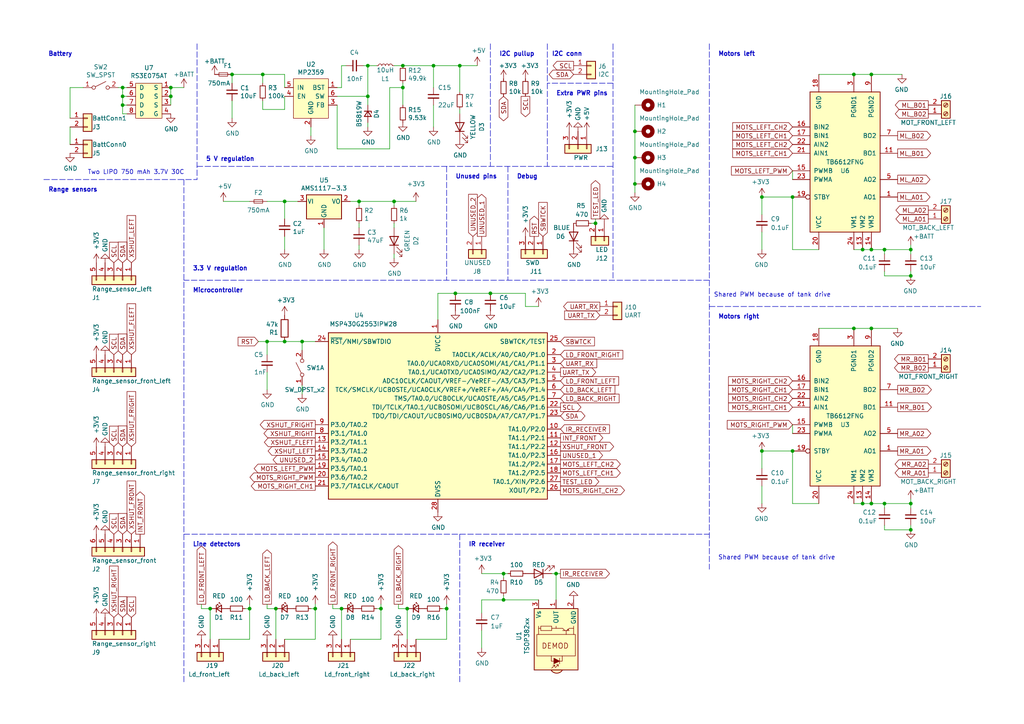
<source format=kicad_sch>
(kicad_sch (version 20231120) (generator "eeschema") (generator_version "8.0")
  (paper "A4")
  (title_block (title "Nsumo") (date "2024-12-14") (rev "2") (company "Abderrahmane Benjary"))
  (junction (at 264.16 146.05))
  (junction (at 252.73 95.25))
  (junction (at 67.31 21.59))
  (junction (at 106.68 27.94))
  (junction (at 250.19 146.05))
  (junction (at 184.15 53.34))
  (junction (at 146.05 166.37))
  (junction (at 35.56 27.94))
  (junction (at 114.3 58.42))
  (junction (at 82.55 99.06))
  (junction (at 35.56 25.4))
  (junction (at 229.87 130.81))
  (junction (at 60.96 176.53))
  (junction (at 116.84 25.4))
  (junction (at 252.73 72.39))
  (junction (at 252.73 21.59))
  (junction (at 125.73 19.05))
  (junction (at 49.53 25.4))
  (junction (at 106.68 19.05))
  (junction (at 247.65 95.25))
  (junction (at 133.35 19.05))
  (junction (at 256.54 72.39))
  (junction (at 91.44 176.53))
  (junction (at 76.2 21.59))
  (junction (at 132.08 85.09))
  (junction (at 142.24 85.09))
  (junction (at 220.98 57.15))
  (junction (at 82.55 58.42))
  (junction (at 247.65 21.59))
  (junction (at 99.06 176.53))
  (junction (at 49.53 27.94))
  (junction (at 35.56 30.48))
  (junction (at 129.54 176.53))
  (junction (at 104.14 58.42))
  (junction (at 77.47 99.06))
  (junction (at 116.84 19.05))
  (junction (at 80.01 176.53))
  (junction (at 220.98 130.81))
  (junction (at 87.63 99.06))
  (junction (at 146.05 173.99))
  (junction (at 264.16 72.39))
  (junction (at 184.15 45.72))
  (junction (at 161.29 166.37))
  (junction (at 264.16 80.01))
  (junction (at 250.19 72.39))
  (junction (at 72.39 176.53))
  (junction (at 172.72 64.77))
  (junction (at 264.16 153.67))
  (junction (at 118.11 176.53))
  (junction (at 229.87 57.15))
  (junction (at 110.49 176.53))
  (junction (at 184.15 38.1))
  (junction (at 252.73 146.05))
  (junction (at 256.54 146.05))
  (wire (pts (xy 113.03 43.18) (xy 97.79 43.18)))
  (wire (pts (xy 110.49 185.42) (xy 110.49 176.53)))
  (wire (pts (xy 125.73 30.48) (xy 125.73 36.83)))
  (wire (pts (xy 106.68 36.83) (xy 106.68 35.56)))
  (wire (pts (xy 114.3 19.05) (xy 116.84 19.05)))
  (wire (pts (xy 229.87 72.39) (xy 229.87 57.15)))
  (wire (pts (xy 80.01 185.42) (xy 80.01 176.53)))
  (wire (pts (xy 36.83 27.94) (xy 35.56 27.94)))
  (wire (pts (xy 36.83 33.02) (xy 35.56 33.02)))
  (wire (pts (xy 20.32 36.83) (xy 20.32 41.91)))
  (wire (pts (xy 20.32 25.4) (xy 24.13 25.4)))
  (wire (pts (xy 77.47 175.26) (xy 77.47 176.53)))
  (wire (pts (xy 142.24 85.09) (xy 152.4 85.09)))
  (wire (pts (xy 87.63 101.6) (xy 87.63 99.06)))
  (wire (pts (xy 220.98 130.81) (xy 220.98 135.89)))
  (wire (pts (xy 60.96 176.53) (xy 60.96 185.42)))
  (wire (pts (xy 58.42 176.53) (xy 60.96 176.53)))
  (wire (pts (xy 133.35 31.75) (xy 133.35 33.02)))
  (wire (pts (xy 220.98 57.15) (xy 229.87 57.15)))
  (wire (pts (xy 264.16 153.67) (xy 264.16 152.4)))
  (wire (pts (xy 118.11 185.42) (xy 118.11 176.53)))
  (wire (pts (xy 76.2 24.13) (xy 76.2 21.59)))
  (wire (pts (xy 133.35 19.05) (xy 138.43 19.05)))
  (wire (pts (xy 93.98 72.39) (xy 93.98 66.04)))
  (polyline (pts (xy 205.74 81.28) (xy 53.34 81.28)) (stroke (width 0) (type dash)))
  (wire (pts (xy 76.2 29.21) (xy 76.2 31.75)))
  (wire (pts (xy 247.65 72.39) (xy 250.19 72.39)))
  (wire (pts (xy 172.72 64.77) (xy 172.72 63.5)))
  (wire (pts (xy 247.65 21.59) (xy 252.73 21.59)))
  (wire (pts (xy 35.56 33.02) (xy 35.56 30.48)))
  (wire (pts (xy 72.39 176.53) (xy 72.39 185.42)))
  (wire (pts (xy 116.84 24.13) (xy 116.84 25.4)))
  (polyline (pts (xy 205.74 12.7) (xy 205.74 165.1)) (stroke (width 0) (type dash)))
  (wire (pts (xy 220.98 130.81) (xy 229.87 130.81)))
  (wire (pts (xy 252.73 146.05) (xy 256.54 146.05)))
  (polyline (pts (xy 53.34 52.07) (xy 53.34 198.12)) (stroke (width 0) (type dash)))
  (wire (pts (xy 127 92.71) (xy 127 85.09)))
  (wire (pts (xy 35.56 27.94) (xy 35.56 25.4)))
  (wire (pts (xy 125.73 19.05) (xy 125.73 25.4)))
  (wire (pts (xy 161.29 173.99) (xy 161.29 166.37)))
  (polyline (pts (xy 147.32 48.26) (xy 147.32 81.28)) (stroke (width 0) (type dash)))
  (wire (pts (xy 120.65 185.42) (xy 129.54 185.42)))
  (polyline (pts (xy 177.8 12.7) (xy 177.8 81.28)) (stroke (width 0) (type dash)))
  (polyline (pts (xy 142.24 12.7) (xy 142.24 48.26)) (stroke (width 0) (type dash)))
  (wire (pts (xy 160.02 166.37) (xy 161.29 166.37)))
  (wire (pts (xy 146.05 172.72) (xy 146.05 173.99)))
  (wire (pts (xy 104.14 59.69) (xy 104.14 58.42)))
  (wire (pts (xy 220.98 140.97) (xy 220.98 146.05)))
  (wire (pts (xy 252.73 21.59) (xy 261.62 21.59)))
  (wire (pts (xy 105.41 19.05) (xy 106.68 19.05)))
  (wire (pts (xy 252.73 72.39) (xy 256.54 72.39)))
  (wire (pts (xy 110.49 176.53) (xy 110.49 175.26)))
  (wire (pts (xy 237.49 21.59) (xy 247.65 21.59)))
  (wire (pts (xy 113.03 25.4) (xy 113.03 43.18)))
  (wire (pts (xy 97.79 30.48) (xy 97.79 43.18)))
  (wire (pts (xy 99.06 185.42) (xy 99.06 176.53)))
  (wire (pts (xy 77.47 99.06) (xy 77.47 102.87)))
  (wire (pts (xy 264.16 72.39) (xy 264.16 73.66)))
  (wire (pts (xy 49.53 25.4) (xy 53.34 25.4)))
  (polyline (pts (xy 57.15 48.26) (xy 177.8 48.26)) (stroke (width 0) (type dash)))
  (polyline (pts (xy 158.75 12.7) (xy 158.75 48.26)) (stroke (width 0) (type dash)))
  (wire (pts (xy 71.12 176.53) (xy 72.39 176.53)))
  (wire (pts (xy 77.47 176.53) (xy 80.01 176.53)))
  (wire (pts (xy 256.54 73.66) (xy 256.54 72.39)))
  (wire (pts (xy 184.15 30.48) (xy 184.15 38.1)))
  (wire (pts (xy 184.15 38.1) (xy 184.15 45.72)))
  (wire (pts (xy 127 85.09) (xy 132.08 85.09)))
  (wire (pts (xy 125.73 19.05) (xy 133.35 19.05)))
  (wire (pts (xy 139.7 182.88) (xy 139.7 187.96)))
  (wire (pts (xy 139.7 177.8) (xy 139.7 173.99)))
  (wire (pts (xy 256.54 72.39) (xy 264.16 72.39)))
  (wire (pts (xy 49.53 27.94) (xy 49.53 30.48)))
  (wire (pts (xy 67.31 29.21) (xy 67.31 34.29)))
  (wire (pts (xy 184.15 53.34) (xy 184.15 55.88)))
  (wire (pts (xy 264.16 147.32) (xy 264.16 146.05)))
  (wire (pts (xy 237.49 146.05) (xy 229.87 146.05)))
  (wire (pts (xy 220.98 67.31) (xy 220.98 72.39)))
  (wire (pts (xy 101.6 185.42) (xy 110.49 185.42)))
  (polyline (pts (xy 133.35 154.94) (xy 133.35 198.12)) (stroke (width 0) (type dash)))
  (wire (pts (xy 139.7 173.99) (xy 146.05 173.99)))
  (wire (pts (xy 250.19 72.39) (xy 252.73 72.39)))
  (wire (pts (xy 77.47 99.06) (xy 74.93 99.06)))
  (wire (pts (xy 109.22 176.53) (xy 110.49 176.53)))
  (wire (pts (xy 96.52 176.53) (xy 99.06 176.53)))
  (wire (pts (xy 264.16 144.78) (xy 264.16 146.05)))
  (wire (pts (xy 35.56 25.4) (xy 34.29 25.4)))
  (wire (pts (xy 99.06 25.4) (xy 99.06 19.05)))
  (wire (pts (xy 152.4 85.09) (xy 152.4 88.9)))
  (wire (pts (xy 256.54 146.05) (xy 264.16 146.05)))
  (wire (pts (xy 256.54 80.01) (xy 264.16 80.01)))
  (wire (pts (xy 82.55 185.42) (xy 91.44 185.42)))
  (polyline (pts (xy 53.34 154.94) (xy 205.74 154.94)) (stroke (width 0) (type dash)))
  (wire (pts (xy 113.03 25.4) (xy 116.84 25.4)))
  (wire (pts (xy 171.45 64.77) (xy 172.72 64.77)))
  (wire (pts (xy 76.2 31.75) (xy 82.55 31.75)))
  (wire (pts (xy 97.79 27.94) (xy 106.68 27.94)))
  (wire (pts (xy 99.06 19.05) (xy 100.33 19.05)))
  (wire (pts (xy 118.11 176.53) (xy 115.57 176.53)))
  (wire (pts (xy 184.15 45.72) (xy 184.15 53.34)))
  (wire (pts (xy 82.55 68.58) (xy 82.55 72.39)))
  (wire (pts (xy 49.53 27.94) (xy 49.53 25.4)))
  (wire (pts (xy 87.63 111.76) (xy 87.63 114.3)))
  (wire (pts (xy 72.39 176.53) (xy 72.39 175.26)))
  (wire (pts (xy 82.55 21.59) (xy 82.55 25.4)))
  (wire (pts (xy 91.44 176.53) (xy 91.44 175.26)))
  (wire (pts (xy 252.73 95.25) (xy 260.35 95.25)))
  (wire (pts (xy 36.83 25.4) (xy 35.56 25.4)))
  (polyline (pts (xy 57.15 12.7) (xy 57.15 52.07)) (stroke (width 0) (type dash)))
  (wire (pts (xy 152.4 88.9) (xy 156.21 88.9)))
  (wire (pts (xy 115.57 176.53) (xy 115.57 175.26)))
  (wire (pts (xy 133.35 19.05) (xy 133.35 26.67)))
  (wire (pts (xy 76.2 21.59) (xy 82.55 21.59)))
  (wire (pts (xy 247.65 146.05) (xy 250.19 146.05)))
  (wire (pts (xy 106.68 27.94) (xy 106.68 30.48)))
  (wire (pts (xy 90.17 176.53) (xy 91.44 176.53)))
  (wire (pts (xy 264.16 78.74) (xy 264.16 80.01)))
  (wire (pts (xy 91.44 176.53) (xy 91.44 185.42)))
  (wire (pts (xy 132.08 85.09) (xy 142.24 85.09)))
  (wire (pts (xy 77.47 107.95) (xy 77.47 113.03)))
  (wire (pts (xy 104.14 58.42) (xy 114.3 58.42)))
  (wire (pts (xy 116.84 25.4) (xy 116.84 30.48)))
  (wire (pts (xy 20.32 25.4) (xy 20.32 34.29)))
  (wire (pts (xy 220.98 57.15) (xy 220.98 62.23)))
  (wire (pts (xy 229.87 52.07) (xy 229.87 49.53)))
  (wire (pts (xy 229.87 146.05) (xy 229.87 130.81)))
  (wire (pts (xy 161.29 166.37) (xy 162.56 166.37)))
  (wire (pts (xy 104.14 71.12) (xy 104.14 72.39)))
  (polyline (pts (xy 129.54 48.26) (xy 129.54 81.28)) (stroke (width 0) (type dash)))
  (wire (pts (xy 128.27 176.53) (xy 129.54 176.53)))
  (wire (pts (xy 67.31 21.59) (xy 76.2 21.59)))
  (polyline (pts (xy 12.7 52.07) (xy 57.15 52.07)) (stroke (width 0) (type dash)))
  (wire (pts (xy 101.6 58.42) (xy 104.14 58.42)))
  (wire (pts (xy 82.55 58.42) (xy 86.36 58.42)))
  (wire (pts (xy 256.54 153.67) (xy 256.54 152.4)))
  (wire (pts (xy 114.3 59.69) (xy 114.3 58.42)))
  (wire (pts (xy 106.68 19.05) (xy 109.22 19.05)))
  (wire (pts (xy 250.19 146.05) (xy 252.73 146.05)))
  (wire (pts (xy 82.55 31.75) (xy 82.55 27.94)))
  (wire (pts (xy 256.54 153.67) (xy 264.16 153.67)))
  (wire (pts (xy 82.55 99.06) (xy 87.63 99.06)))
  (wire (pts (xy 114.3 58.42) (xy 120.65 58.42)))
  (wire (pts (xy 146.05 166.37) (xy 139.7 166.37)))
  (wire (pts (xy 97.79 25.4) (xy 99.06 25.4)))
  (wire (pts (xy 116.84 19.05) (xy 125.73 19.05)))
  (wire (pts (xy 146.05 173.99) (xy 156.21 173.99)))
  (wire (pts (xy 264.16 71.12) (xy 264.16 72.39)))
  (wire (pts (xy 35.56 30.48) (xy 36.83 30.48)))
  (polyline (pts (xy 177.8 24.13) (xy 158.75 24.13)) (stroke (width 0) (type dash)))
  (wire (pts (xy 82.55 63.5) (xy 82.55 58.42)))
  (wire (pts (xy 114.3 74.93) (xy 114.3 73.66)))
  (wire (pts (xy 77.47 99.06) (xy 82.55 99.06)))
  (wire (pts (xy 63.5 185.42) (xy 72.39 185.42)))
  (wire (pts (xy 247.65 95.25) (xy 252.73 95.25)))
  (wire (pts (xy 237.49 72.39) (xy 229.87 72.39)))
  (wire (pts (xy 104.14 66.04) (xy 104.14 64.77)))
  (wire (pts (xy 67.31 24.13) (xy 67.31 21.59)))
  (wire (pts (xy 90.17 36.83) (xy 90.17 39.37)))
  (wire (pts (xy 129.54 185.42) (xy 129.54 176.53)))
  (wire (pts (xy 96.52 175.26) (xy 96.52 176.53)))
  (polyline (pts (xy 205.74 88.9) (xy 284.48 88.9)) (stroke (width 0) (type dash)))
  (wire (pts (xy 114.3 64.77) (xy 114.3 66.04)))
  (wire (pts (xy 58.42 175.26) (xy 58.42 176.53)))
  (wire (pts (xy 129.54 176.53) (xy 129.54 175.26)))
  (wire (pts (xy 106.68 19.05) (xy 106.68 27.94)))
  (wire (pts (xy 256.54 80.01) (xy 256.54 78.74)))
  (wire (pts (xy 229.87 125.73) (xy 229.87 123.19)))
  (wire (pts (xy 64.77 58.42) (xy 72.39 58.42)))
  (wire (pts (xy 237.49 95.25) (xy 247.65 95.25)))
  (wire (pts (xy 35.56 30.48) (xy 35.56 27.94)))
  (wire (pts (xy 256.54 147.32) (xy 256.54 146.05)))
  (wire (pts (xy 146.05 166.37) (xy 147.32 166.37)))
  (wire (pts (xy 146.05 167.64) (xy 146.05 166.37)))
  (wire (pts (xy 91.44 99.06) (xy 87.63 99.06)))
  (wire (pts (xy 77.47 58.42) (xy 82.55 58.42)))
  (text "Battery" (at 13.97 16.51 0) (effects (font (size 1.27 1.27) (thickness 0.254) (bold yes)) (justify left bottom)))
  (text "IR receiver" (at 135.89 158.75 0) (effects (font (size 1.27 1.27) (thickness 0.254) (bold yes)) (justify left bottom)))
  (text "Shared PWM because of tank drive" (at 207.01 86.36 0) (effects (font (size 1.27 1.27)) (justify left bottom)))
  (text "Range sensors" (at 13.97 55.88 0) (effects (font (size 1.27 1.27) (thickness 0.254) (bold yes)) (justify left bottom)))
  (text "3.3 V regulation" (at 55.88 78.74 0) (effects (font (size 1.27 1.27) (thickness 0.254) (bold yes)) (justify left bottom)))
  (text "Two LIPO 750 mAh 3.7V 30C" (at 25.4 50.8 0) (effects (font (size 1.27 1.27)) (justify left bottom)))
  (text "Line detectors" (at 55.88 158.75 0) (effects (font (size 1.27 1.27) (thickness 0.254) (bold yes)) (justify left bottom)))
  (text "Microcontroller" (at 55.88 85.09 0) (effects (font (size 1.27 1.27) (thickness 0.254) (bold yes)) (justify left bottom)))
  (text "Extra PWR pins" (at 161.29 27.94 0) (effects (font (size 1.27 1.27) (thickness 0.254) (bold yes)) (justify left bottom)))
  (text "I2C conn" (at 160.02 16.51 0) (effects (font (size 1.27 1.27) (thickness 0.254) (bold yes)) (justify left bottom)))
  (text "Shared PWM because of tank drive" (at 208.28 162.56 0) (effects (font (size 1.27 1.27)) (justify left bottom)))
  (text "5 V regulation" (at 59.69 46.99 0) (effects (font (size 1.27 1.27) (thickness 0.254) (bold yes)) (justify left bottom)))
  (text "I2C pullup" (at 144.78 16.51 0) (effects (font (size 1.27 1.27) (thickness 0.254) (bold yes)) (justify left bottom)))
  (text "Motors right" (at 208.28 92.71 0) (effects (font (size 1.27 1.27) (thickness 0.254) (bold yes)) (justify left bottom)))
  (text "Motors left" (at 208.28 16.51 0) (effects (font (size 1.27 1.27) (thickness 0.254) (bold yes)) (justify left bottom)))
  (text "Unused pins" (at 132.08 52.07 0) (effects (font (size 1.27 1.27) (thickness 0.254) (bold yes)) (justify left bottom)))
  (text "Debug" (at 149.86 52.07 0) (effects (font (size 1.27 1.27) (thickness 0.254) (bold yes)) (justify left bottom)))
  (global_label "MOTS_RIGHT_CH1" (shape input) (at 229.87 118.11 180) (property "Intersheetrefs" "${INTERSHEET_REFS}" (effects (hide yes))))
  (global_label "MOTS_LEFT_CH2" (shape input) (at 229.87 36.83 180) (property "Intersheetrefs" "${INTERSHEET_REFS}" (effects (hide yes))))
  (global_label "XSHUT_FLEFT" (shape output) (at 91.44 128.27 180) (property "Intersheetrefs" "${INTERSHEET_REFS}" (effects (hide yes))))
  (global_label "XSHUT_FRONT" (shape output) (at 162.56 129.54 0) (property "Intersheetrefs" "${INTERSHEET_REFS}" (effects (hide yes))))
  (global_label "MR_B02" (shape output) (at 260.35 113.03 0) (property "Intersheetrefs" "${INTERSHEET_REFS}" (effects (hide yes))))
  (global_label "ML_A02" (shape output) (at 269.24 60.96 180) (property "Intersheetrefs" "${INTERSHEET_REFS}" (effects (hide yes))))
  (global_label "MOTS_RIGHT_CH2" (shape output) (at 162.56 142.24 0) (property "Intersheetrefs" "${INTERSHEET_REFS}" (effects (hide yes))))
  (global_label "TEST_LED" (shape output) (at 162.56 139.7 0) (property "Intersheetrefs" "${INTERSHEET_REFS}" (effects (hide yes))))
  (global_label "MR_A02" (shape output) (at 260.35 125.73 0) (property "Intersheetrefs" "${INTERSHEET_REFS}" (effects (hide yes))))
  (global_label "UART_TX" (shape input) (at 173.99 91.44 180) (property "Intersheetrefs" "${INTERSHEET_REFS}" (effects (hide yes))))
  (global_label "MOTS_RIGHT_CH2" (shape input) (at 229.87 115.57 180) (property "Intersheetrefs" "${INTERSHEET_REFS}" (effects (hide yes))))
  (global_label "SDA" (shape input) (at 35.56 102.87 90) (property "Intersheetrefs" "${INTERSHEET_REFS}" (effects (hide yes))))
  (global_label "LD_BACK_RIGHT" (shape input) (at 162.56 115.57 0) (property "Intersheetrefs" "${INTERSHEET_REFS}" (effects (hide yes))))
  (global_label "MOTS_LEFT_CH2" (shape output) (at 162.56 134.62 0) (property "Intersheetrefs" "${INTERSHEET_REFS}" (effects (hide yes))))
  (global_label "XSHUT_RIGHT" (shape input) (at 33.02 179.07 90) (property "Intersheetrefs" "${INTERSHEET_REFS}" (effects (hide yes))))
  (global_label "SDA" (shape input) (at 35.56 129.54 90) (property "Intersheetrefs" "${INTERSHEET_REFS}" (effects (hide yes))))
  (global_label "LD_FRONT_RIGHT" (shape output) (at 96.52 175.26 90) (property "Intersheetrefs" "${INTERSHEET_REFS}" (effects (hide yes))))
  (global_label "INT_FRONT" (shape output) (at 40.64 154.94 90) (property "Intersheetrefs" "${INTERSHEET_REFS}" (effects (hide yes))))
  (global_label "UNUSED_2" (shape output) (at 91.44 133.35 180) (property "Intersheetrefs" "${INTERSHEET_REFS}" (effects (hide yes))))
  (global_label "SCL" (shape input) (at 33.02 129.54 90) (property "Intersheetrefs" "${INTERSHEET_REFS}" (effects (hide yes))))
  (global_label "SDA" (shape input) (at 35.56 154.94 90) (property "Intersheetrefs" "${INTERSHEET_REFS}" (effects (hide yes))))
  (global_label "ML_B01" (shape output) (at 260.35 44.45 0) (property "Intersheetrefs" "${INTERSHEET_REFS}" (effects (hide yes))))
  (global_label "SBWTCK" (shape input) (at 162.56 99.06 0) (property "Intersheetrefs" "${INTERSHEET_REFS}" (effects (hide yes))))
  (global_label "XSHUT_LEFT" (shape input) (at 38.1 76.2 90) (property "Intersheetrefs" "${INTERSHEET_REFS}" (effects (hide yes))))
  (global_label "INT_FRONT" (shape output) (at 162.56 127 0) (property "Intersheetrefs" "${INTERSHEET_REFS}" (effects (hide yes))))
  (global_label "RST" (shape output) (at 154.94 68.58 90) (property "Intersheetrefs" "${INTERSHEET_REFS}" (effects (hide yes))))
  (global_label "MOTS_RIGHT_CH2" (shape input) (at 229.87 110.49 180) (property "Intersheetrefs" "${INTERSHEET_REFS}" (effects (hide yes))))
  (global_label "MOTS_RIGHT_CH1" (shape output) (at 91.44 140.97 180) (property "Intersheetrefs" "${INTERSHEET_REFS}" (effects (hide yes))))
  (global_label "LD_BACK_LEFT" (shape input) (at 162.56 113.03 0) (property "Intersheetrefs" "${INTERSHEET_REFS}" (effects (hide yes))))
  (global_label "XSHUT_FRONT" (shape input) (at 38.1 154.94 90) (property "Intersheetrefs" "${INTERSHEET_REFS}" (effects (hide yes))))
  (global_label "ML_B02" (shape output) (at 260.35 39.37 0) (property "Intersheetrefs" "${INTERSHEET_REFS}" (effects (hide yes))))
  (global_label "ML_B02" (shape output) (at 269.24 33.02 180) (property "Intersheetrefs" "${INTERSHEET_REFS}" (effects (hide yes))))
  (global_label "MOTS_RIGHT_CH1" (shape input) (at 229.87 113.03 180) (property "Intersheetrefs" "${INTERSHEET_REFS}" (effects (hide yes))))
  (global_label "IR_RECEIVER" (shape input) (at 162.56 124.46 0) (property "Intersheetrefs" "${INTERSHEET_REFS}" (effects (hide yes))))
  (global_label "MR_B01" (shape output) (at 260.35 118.11 0) (property "Intersheetrefs" "${INTERSHEET_REFS}" (effects (hide yes))))
  (global_label "UNUSED_1" (shape output) (at 162.56 132.08 0) (property "Intersheetrefs" "${INTERSHEET_REFS}" (effects (hide yes))))
  (global_label "MOTS_RIGHT_PWM" (shape input) (at 229.87 123.19 180) (property "Intersheetrefs" "${INTERSHEET_REFS}" (effects (hide yes))))
  (global_label "SDA" (shape input) (at 35.56 76.2 90) (property "Intersheetrefs" "${INTERSHEET_REFS}" (effects (hide yes))))
  (global_label "ML_A02" (shape output) (at 260.35 52.07 0) (property "Intersheetrefs" "${INTERSHEET_REFS}" (effects (hide yes))))
  (global_label "UNUSED_1" (shape output) (at 139.7 68.58 90) (property "Intersheetrefs" "${INTERSHEET_REFS}" (effects (hide yes))))
  (global_label "LD_BACK_RIGHT" (shape output) (at 115.57 175.26 90) (property "Intersheetrefs" "${INTERSHEET_REFS}" (effects (hide yes))))
  (global_label "MOTS_LEFT_PWM" (shape output) (at 91.44 135.89 180) (property "Intersheetrefs" "${INTERSHEET_REFS}" (effects (hide yes))))
  (global_label "XSHUT_FRIGHT" (shape input) (at 38.1 129.54 90) (property "Intersheetrefs" "${INTERSHEET_REFS}" (effects (hide yes))))
  (global_label "MOTS_LEFT_CH1" (shape output) (at 162.56 137.16 0) (property "Intersheetrefs" "${INTERSHEET_REFS}" (effects (hide yes))))
  (global_label "SCL" (shape output) (at 162.56 118.11 0) (property "Intersheetrefs" "${INTERSHEET_REFS}" (effects (hide yes))))
  (global_label "MOTS_LEFT_CH2" (shape input) (at 229.87 41.91 180) (property "Intersheetrefs" "${INTERSHEET_REFS}" (effects (hide yes))))
  (global_label "SDA" (shape bidirectional) (at 166.37 21.59 180) (property "Intersheetrefs" "${INTERSHEET_REFS}" (effects (hide yes))))
  (global_label "XSHUT_FRIGHT" (shape output) (at 91.44 123.19 180) (property "Intersheetrefs" "${INTERSHEET_REFS}" (effects (hide yes))))
  (global_label "MOTS_LEFT_CH1" (shape input) (at 229.87 39.37 180) (property "Intersheetrefs" "${INTERSHEET_REFS}" (effects (hide yes))))
  (global_label "XSHUT_RIGHT" (shape output) (at 91.44 125.73 180) (property "Intersheetrefs" "${INTERSHEET_REFS}" (effects (hide yes))))
  (global_label "UNUSED_2" (shape input) (at 137.16 68.58 90) (property "Intersheetrefs" "${INTERSHEET_REFS}" (effects (hide yes))))
  (global_label "RST" (shape input) (at 74.93 99.06 180) (property "Intersheetrefs" "${INTERSHEET_REFS}" (effects (hide yes))))
  (global_label "MOTS_RIGHT_PWM" (shape output) (at 91.44 138.43 180) (property "Intersheetrefs" "${INTERSHEET_REFS}" (effects (hide yes))))
  (global_label "ML_A01" (shape output) (at 260.35 57.15 0) (property "Intersheetrefs" "${INTERSHEET_REFS}" (effects (hide yes))))
  (global_label "SDA" (shape input) (at 35.56 179.07 90) (property "Intersheetrefs" "${INTERSHEET_REFS}" (effects (hide yes))))
  (global_label "MR_B01" (shape output) (at 269.24 104.14 180) (property "Intersheetrefs" "${INTERSHEET_REFS}" (effects (hide yes))))
  (global_label "SCL" (shape output) (at 152.4 27.94 270) (property "Intersheetrefs" "${INTERSHEET_REFS}" (effects (hide yes))))
  (global_label "UART_RX" (shape output) (at 173.99 88.9 180) (property "Intersheetrefs" "${INTERSHEET_REFS}" (effects (hide yes))))
  (global_label "SBWTCK" (shape input) (at 157.48 68.58 90) (property "Intersheetrefs" "${INTERSHEET_REFS}" (effects (hide yes))))
  (global_label "SDA" (shape bidirectional) (at 146.05 27.94 270) (property "Intersheetrefs" "${INTERSHEET_REFS}" (effects (hide yes))))
  (global_label "SDA" (shape bidirectional) (at 162.56 120.65 0) (property "Intersheetrefs" "${INTERSHEET_REFS}" (effects (hide yes))))
  (global_label "SCL" (shape input) (at 33.02 102.87 90) (property "Intersheetrefs" "${INTERSHEET_REFS}" (effects (hide yes))))
  (global_label "XSHUT_FLEFT" (shape input) (at 38.1 102.87 90) (property "Intersheetrefs" "${INTERSHEET_REFS}" (effects (hide yes))))
  (global_label "MOTS_LEFT_PWM" (shape input) (at 229.87 49.53 180) (property "Intersheetrefs" "${INTERSHEET_REFS}" (effects (hide yes))))
  (global_label "SCL" (shape input) (at 33.02 76.2 90) (property "Intersheetrefs" "${INTERSHEET_REFS}" (effects (hide yes))))
  (global_label "SCL" (shape input) (at 38.1 179.07 90) (property "Intersheetrefs" "${INTERSHEET_REFS}" (effects (hide yes))))
  (global_label "XSHUT_LEFT" (shape output) (at 91.44 130.81 180) (property "Intersheetrefs" "${INTERSHEET_REFS}" (effects (hide yes))))
  (global_label "TEST_LED" (shape output) (at 172.72 63.5 90) (property "Intersheetrefs" "${INTERSHEET_REFS}" (effects (hide yes))))
  (global_label "SCL" (shape input) (at 33.02 154.94 90) (property "Intersheetrefs" "${INTERSHEET_REFS}" (effects (hide yes))))
  (global_label "ML_B01" (shape output) (at 269.24 30.48 180) (property "Intersheetrefs" "${INTERSHEET_REFS}" (effects (hide yes))))
  (global_label "IR_RECEIVER" (shape output) (at 162.56 166.37 0) (property "Intersheetrefs" "${INTERSHEET_REFS}" (effects (hide yes))))
  (global_label "SCL" (shape output) (at 166.37 19.05 180) (property "Intersheetrefs" "${INTERSHEET_REFS}" (effects (hide yes))))
  (global_label "LD_FRONT_RIGHT" (shape input) (at 162.56 102.87 0) (property "Intersheetrefs" "${INTERSHEET_REFS}" (effects (hide yes))))
  (global_label "MR_A02" (shape output) (at 269.24 134.62 180) (property "Intersheetrefs" "${INTERSHEET_REFS}" (effects (hide yes))))
  (global_label "MR_A01" (shape output) (at 269.24 137.16 180) (property "Intersheetrefs" "${INTERSHEET_REFS}" (effects (hide yes))))
  (global_label "MR_B02" (shape output) (at 269.24 106.68 180) (property "Intersheetrefs" "${INTERSHEET_REFS}" (effects (hide yes))))
  (global_label "UART_TX" (shape output) (at 162.56 107.95 0) (property "Intersheetrefs" "${INTERSHEET_REFS}" (effects (hide yes))))
  (global_label "LD_FRONT_LEFT" (shape output) (at 58.42 175.26 90) (property "Intersheetrefs" "${INTERSHEET_REFS}" (effects (hide yes))))
  (global_label "LD_FRONT_LEFT" (shape input) (at 162.56 110.49 0) (property "Intersheetrefs" "${INTERSHEET_REFS}" (effects (hide yes))))
  (global_label "LD_BACK_LEFT" (shape output) (at 77.47 175.26 90) (property "Intersheetrefs" "${INTERSHEET_REFS}" (effects (hide yes))))
  (global_label "MR_A01" (shape output) (at 260.35 130.81 0) (property "Intersheetrefs" "${INTERSHEET_REFS}" (effects (hide yes))))
  (global_label "ML_A01" (shape output) (at 269.24 63.5 180) (property "Intersheetrefs" "${INTERSHEET_REFS}" (effects (hide yes))))
  (global_label "MOTS_LEFT_CH1" (shape input) (at 229.87 44.45 180) (property "Intersheetrefs" "${INTERSHEET_REFS}" (effects (hide yes))))
  (global_label "UART_RX" (shape input) (at 162.56 105.41 0) (property "Intersheetrefs" "${INTERSHEET_REFS}" (effects (hide yes))))
  (symbol (lib_id "Device:LED") (at 166.37 68.58 90) (unit 1)
    (property "Reference" "D6" (at 162.56 68.58 90))
    (property "Value" "BLUE" (at 162.941 66.04 90))
    (property "Footprint" "LED_SMD:LED_0603_1608Metric" (effects (hide yes)))
    (property "Datasheet" "https://datasheet.lcsc.com/lcsc/1811101510_Everlight-Elec-19-217-BHC-ZL1M2RY-3T_C72041.pdf" (effects (hide yes)))
    (property "LCSC Part" "C72041" (effects (hide yes)))
  )
  (symbol (lib_id "power:GND") (at 166.37 72.39 0) (unit 1)
    (property "Reference" "#PWR042" (effects (hide yes)))
    (property "Value" "GND" (at 166.497 76.7842 0))
  )
  (symbol (lib_id "Connector_Generic:Conn_01x02") (at 25.4 34.29 0) (unit 1)
    (property "Reference" "J3" (at 27.94 36.83 0))
    (property "Value" "BattConn1" (at 31.75 34.29 0))
    (property "Footprint" "Connector_JST:JST_PH_S2B-PH-K_1x02_P2.00mm_Horizontal" (effects (hide yes)))
  )
  (symbol (lib_id "Connector_Generic:Conn_01x02") (at 25.4 41.91 0) (unit 1)
    (property "Reference" "J5" (at 27.94 44.45 0))
    (property "Value" "BattConn0" (at 31.75 41.91 0))
    (property "Footprint" "Connector_JST:JST_PH_S2B-PH-K_1x02_P2.00mm_Horizontal" (effects (hide yes)))
  )
  (symbol (lib_id "power:+BATT") (at 53.34 25.4 0) (mirror y) (unit 1)
    (property "Reference" "#PWR013" (effects (hide yes)))
    (property "Value" "+BATT" (at 53.34 21.59 0))
  )
  (symbol (lib_id "Device:C_Small") (at 77.47 105.41 0) (unit 1)
    (property "Reference" "C5" (at 73.66 102.87 0) (effects (justify left)))
    (property "Value" "1nF" (at 73.66 107.95 0) (effects (justify left)))
    (property "Footprint" "Capacitor_SMD:C_0603_1608Metric" (effects (hide yes)))
    (property "Datasheet" "https://www.digikey.com/en/products/detail/samsung-electro-mechanics/CL10B102KB8NNNC/3886676" (effects (hide yes)))
    (property "LCSC Part" "C1588" (effects (hide yes)))
  )
  (symbol (lib_id "Device:C_Small") (at 142.24 87.63 0) (unit 1)
    (property "Reference" "C6" (at 144.78 86.36 0) (effects (justify left)))
    (property "Value" "10uF" (at 144.78 88.9 0) (effects (justify left)))
    (property "Footprint" "Capacitor_SMD:C_0603_1608Metric" (effects (hide yes)))
    (property "Datasheet" "https://www.digikey.com/en/products/detail/samsung-electro-mechanics/CL10A106KP8NNNC/3886850" (effects (hide yes)))
    (property "LCSC Part" "C19702" (effects (hide yes)))
  )
  (symbol (lib_id "Device:C_Small") (at 132.08 87.63 0) (unit 1)
    (property "Reference" "C8" (at 134.62 87.63 0) (effects (justify left)))
    (property "Value" "100nF" (at 133.35 90.17 0) (effects (justify left)))
    (property "Footprint" "Capacitor_SMD:C_0603_1608Metric" (effects (hide yes)))
    (property "Datasheet" "https://www.digikey.com/en/products/detail/yageo/CC0603KRX7R9BB104/2103082" (effects (hide yes)))
    (property "LCSC Part" "C14663" (effects (hide yes)))
  )
  (symbol (lib_id "Device:C_Small") (at 220.98 64.77 0) (unit 1)
    (property "Reference" "C9" (at 223.52 63.5 0) (effects (justify left)))
    (property "Value" "0.1uF" (at 223.52 66.04 0) (effects (justify left)))
    (property "Footprint" "Capacitor_SMD:C_0805_2012Metric" (effects (hide yes)))
    (property "Datasheet" "https://www.digikey.com/en/products/detail/yageo/CC0805KRX7R9BB104/302874" (effects (hide yes)))
    (property "LCSC Part" "C49678" (effects (hide yes)))
  )
  (symbol (lib_id "Device:C_Small") (at 264.16 76.2 0) (unit 1)
    (property "Reference" "C13" (at 266.7 74.93 0) (effects (justify left)))
    (property "Value" "10uF" (at 266.7 77.47 0) (effects (justify left)))
    (property "Footprint" "Capacitor_SMD:C_0805_2012Metric" (effects (hide yes)))
    (property "Datasheet" "https://www.digikey.com/en/products/detail/samsung-electro-mechanics/CL21A106KAYNNNE/3888549" (effects (hide yes)))
    (property "LCSC Part" "C15850" (effects (hide yes)))
  )
  (symbol (lib_id "Device:C_Small") (at 256.54 76.2 0) (unit 1)
    (property "Reference" "C11" (at 250.19 74.93 0) (effects (justify left)))
    (property "Value" "0.1uF" (at 248.92 77.47 0) (effects (justify left)))
    (property "Footprint" "Capacitor_SMD:C_0805_2012Metric" (effects (hide yes)))
    (property "Datasheet" "https://www.digikey.com/en/products/detail/yageo/CC0805KRX7R9BB104/302874" (effects (hide yes)))
    (property "LCSC Part" "C49678" (effects (hide yes)))
  )
  (symbol (lib_id "Connector_Generic:Conn_01x05") (at 33.02 107.95 270) (unit 1)
    (property "Reference" "J4" (at 26.67 113.03 90) (effects (justify left)))
    (property "Value" "Range_sensor_front_left" (at 26.67 110.49 90) (effects (justify left)))
    (property "Footprint" "Connector_Molex:Molex_PicoBlade_53048-0510_1x05_P1.25mm_Horizontal" (effects (hide yes)))
  )
  (symbol (lib_id "Connector_Generic:Conn_01x05") (at 33.02 134.62 270) (unit 1)
    (property "Reference" "J7" (at 26.67 139.7 90) (effects (justify left)))
    (property "Value" "Range_sensor_front_right" (at 26.67 137.16 90) (effects (justify left)))
    (property "Footprint" "Connector_Molex:Molex_PicoBlade_53048-0510_1x05_P1.25mm_Horizontal" (effects (hide yes)))
  )
  (symbol (lib_id "Connector_Generic:Conn_01x05") (at 33.02 184.15 270) (unit 1)
    (property "Reference" "J9" (at 26.67 189.23 90) (effects (justify left)))
    (property "Value" "Range_sensor_right" (at 26.67 186.69 90) (effects (justify left)))
    (property "Footprint" "Connector_Molex:Molex_PicoBlade_53048-0510_1x05_P1.25mm_Horizontal" (effects (hide yes)))
  )
  (symbol (lib_id "Connector_Generic:Conn_01x05") (at 33.02 81.28 270) (unit 1)
    (property "Reference" "J1" (at 26.67 86.36 90) (effects (justify left)))
    (property "Value" "Range_sensor_left" (at 26.67 83.82 90) (effects (justify left)))
    (property "Footprint" "Connector_Molex:Molex_PicoBlade_53048-0510_1x05_P1.25mm_Horizontal" (effects (hide yes)))
  )
  (symbol (lib_id "Device:C_Small") (at 264.16 149.86 0) (unit 1)
    (property "Reference" "C14" (at 266.7 148.59 0) (effects (justify left)))
    (property "Value" "10uF" (at 266.7 151.13 0) (effects (justify left)))
    (property "Footprint" "Capacitor_SMD:C_0805_2012Metric" (effects (hide yes)))
    (property "Datasheet" "https://www.digikey.com/en/products/detail/samsung-electro-mechanics/CL21A106KAYNNNE/3888549" (effects (hide yes)))
    (property "LCSC Part" "C15850" (effects (hide yes)))
  )
  (symbol (lib_id "Device:C_Small") (at 256.54 149.86 0) (unit 1)
    (property "Reference" "C12" (at 250.19 148.59 0) (effects (justify left)))
    (property "Value" "0.1uF" (at 248.92 151.13 0) (effects (justify left)))
    (property "Footprint" "Capacitor_SMD:C_0805_2012Metric" (effects (hide yes)))
    (property "Datasheet" "https://www.digikey.com/en/products/detail/yageo/CC0805KRX7R9BB104/302874" (effects (hide yes)))
    (property "LCSC Part" "C49678" (effects (hide yes)))
  )
  (symbol (lib_id "Device:C_Small") (at 220.98 138.43 0) (unit 1)
    (property "Reference" "C10" (at 223.52 137.16 0) (effects (justify left)))
    (property "Value" "0.1uF" (at 223.52 139.7 0) (effects (justify left)))
    (property "Footprint" "Capacitor_SMD:C_0805_2012Metric" (effects (hide yes)))
    (property "Datasheet" "https://www.digikey.com/en/products/detail/yageo/CC0805KRX7R9BB104/302874" (effects (hide yes)))
    (property "LCSC Part" "C49678" (effects (hide yes)))
  )
  (symbol (lib_id "Device:C_Small") (at 139.7 180.34 0) (unit 1)
    (property "Reference" "C7" (at 142.24 179.07 0) (effects (justify left)))
    (property "Value" "1uF" (at 142.24 181.61 0) (effects (justify left)))
    (property "Footprint" "Capacitor_SMD:C_0603_1608Metric" (effects (hide yes)))
    (property "Datasheet" "https://www.digikey.com/en/products/detail/samsung-electro-mechanics/CL10A105KB8NNNC/3887518" (effects (hide yes)))
    (property "LCSC Part" "C15849" (effects (hide yes)))
  )
  (symbol (lib_id "Regulator_Linear:AMS1117-3.3") (at 93.98 58.42 0) (unit 1)
    (property "Reference" "U5" (at 93.98 52.2732 0))
    (property "Value" "AMS1117-3.3" (at 93.98 54.5846 0))
    (property "Footprint" "Package_TO_SOT_SMD:SOT-223-3_TabPin2" (effects (hide yes)))
    (property "Datasheet" "http://www.advanced-monolithic.com/pdf/ds1117.pdf" (effects (hide yes)))
    (property "LCSC Part" "C6186" (effects (hide yes)))
  )
  (symbol (lib_id "Device:R_Small") (at 104.14 62.23 0) (unit 1)
    (property "Reference" "R2" (at 105.6386 61.0616 0) (effects (justify left)))
    (property "Value" "1" (at 105.6386 63.373 0) (effects (justify left)))
    (property "Footprint" "Resistor_SMD:R_0805_2012Metric" (effects (hide yes)))
    (property "Datasheet" "https://lcsc.com/product-detail/Chip-Resistor-Surface-Mount_Uniroyal-Elec-0805W8F100KT5E_C25271.html" (effects (hide yes)))
    (property "LCSC Part" "C25271" (effects (hide yes)))
  )
  (symbol (lib_id "Device:C_Small") (at 104.14 68.58 0) (unit 1)
    (property "Reference" "C3" (at 106.4768 67.4116 0) (effects (justify left)))
    (property "Value" "47uF" (at 106.4768 69.723 0) (effects (justify left)))
    (property "Footprint" "Capacitor_SMD:C_1206_3216Metric" (effects (hide yes)))
    (property "Datasheet" "https://media.digikey.com/pdf/Data%20Sheets/Samsung%20PDFs/CL31A476MPHNNNE_Spec.pdf" (effects (hide yes)))
    (property "LCSC Part" "C96123" (effects (hide yes)))
  )
  (symbol (lib_id "Device:C_Small") (at 82.55 66.04 0) (unit 1)
    (property "Reference" "C2" (at 84.8868 64.8716 0) (effects (justify left)))
    (property "Value" "1uF" (at 84.8868 67.183 0) (effects (justify left)))
    (property "Footprint" "Capacitor_SMD:C_0805_2012Metric" (effects (hide yes)))
    (property "Datasheet" "https://media.digikey.com/pdf/Data%20Sheets/Samsung%20PDFs/CL21B105KBFNNNE_Spec.pdf" (effects (hide yes)))
    (property "LCSC Part" "C28323" (effects (hide yes)))
  )
  (symbol (lib_id "power:GND") (at 93.98 72.39 0) (unit 1)
    (property "Reference" "#PWR0111" (effects (hide yes)))
    (property "Value" "GND" (at 94.107 76.7842 0))
  )
  (symbol (lib_id "power:GND") (at 82.55 72.39 0) (unit 1)
    (property "Reference" "#PWR0116" (effects (hide yes)))
    (property "Value" "GND" (at 82.677 76.7842 0))
  )
  (symbol (lib_id "power:GND") (at 104.14 72.39 0) (unit 1)
    (property "Reference" "#PWR0117" (effects (hide yes)))
    (property "Value" "GND" (at 104.267 76.7842 0))
  )
  (symbol (lib_id "Switch:SW_SPST") (at 29.21 25.4 0) (unit 1)
    (property "Reference" "SW2" (at 29.21 19.431 0))
    (property "Value" "SW_SPST" (at 29.21 21.7424 0))
    (property "Footprint" "Connector_PinHeader_2.54mm:PinHeader_1x02_P2.54mm_Vertical" (effects (hide yes)))
  )
  (symbol (lib_id "Device:R_Small") (at 114.3 62.23 0) (unit 1)
    (property "Reference" "R6" (at 115.7986 61.0616 0) (effects (justify left)))
    (property "Value" "1k" (at 115.7986 63.373 0) (effects (justify left)))
    (property "Footprint" "Resistor_SMD:R_0805_2012Metric" (effects (hide yes)))
    (property "Datasheet" "https://lcsc.com/product-detail/Chip-Resistor-Surface-Mount-UniOhm_1KR-1001-1_C17513.html" (effects (hide yes)))
    (property "LCSC Part" "C17513" (effects (hide yes)))
  )
  (symbol (lib_id "Device:LED") (at 114.3 69.85 90) (unit 1)
    (property "Reference" "D2" (at 120.65 69.85 0))
    (property "Value" "GREEN" (at 118.11 69.85 0))
    (property "Footprint" "LED_SMD:LED_0603_1608Metric" (effects (hide yes)))
    (property "Datasheet" "https://datasheet.lcsc.com/lcsc/1811101510_Everlight-Elec-19-217-GHC-YR1S2-3T_C72043.pdf" (effects (hide yes)))
    (property "LCSC Part" "C72043" (effects (hide yes)))
  )
  (symbol (lib_id "power:GND") (at 114.3 74.93 0) (unit 1)
    (property "Reference" "#PWR0129" (effects (hide yes)))
    (property "Value" "GND" (at 114.427 79.3242 0))
  )
  (symbol (lib_id "Device:R_Small") (at 133.35 29.21 0) (unit 1)
    (property "Reference" "R7" (at 134.8486 28.0416 0) (effects (justify left)))
    (property "Value" "1k" (at 134.8486 30.353 0) (effects (justify left)))
    (property "Footprint" "Resistor_SMD:R_0805_2012Metric" (effects (hide yes)))
    (property "Datasheet" "https://lcsc.com/product-detail/Chip-Resistor-Surface-Mount_UNI-ROYAL-Uniroyal-Elec-0805W8F4700T5E_C17710.html" (effects (hide yes)))
    (property "LCSC Part" "C17513" (effects (hide yes)))
  )
  (symbol (lib_id "power:GND") (at 133.35 40.64 0) (unit 1)
    (property "Reference" "#PWR0130" (effects (hide yes)))
    (property "Value" "GND" (at 133.477 45.0342 0))
  )
  (symbol (lib_id "Connector_Generic:Conn_01x03") (at 154.94 73.66 270) (unit 1)
    (property "Reference" "J11" (at 153.67 78.74 90) (effects (justify left)))
    (property "Value" "SWD" (at 152.4 76.2 90) (effects (justify left)))
    (property "Footprint" "Connector_PinHeader_2.54mm:PinHeader_1x03_P2.54mm_Vertical" (effects (hide yes)))
  )
  (symbol (lib_id "MCU_Texas_MSP430:MSP430G2553IPW28") (at 127 120.65 0) (unit 1)
    (property "Reference" "U4" (at 104.14 91.44 0))
    (property "Value" "MSP430G2553IPW28" (at 105.41 93.98 0))
    (property "Footprint" "Package_SO:TSSOP-28_4.4x9.7mm_P0.65mm" (effects (hide yes)))
    (property "Datasheet" "http://www.ti.com/lit/ds/symlink/msp430g2553.pdf" (effects (hide yes)))
  )
  (symbol (lib_id "Device:R_Small") (at 168.91 64.77 270) (unit 1)
    (property "Reference" "R5" (at 167.132 59.69 90) (effects (justify left)))
    (property "Value" "470" (at 166.8526 62.23 90) (effects (justify left)))
    (property "Footprint" "Resistor_SMD:R_0805_2012Metric" (effects (hide yes)))
    (property "Datasheet" "https://lcsc.com/product-detail/Chip-Resistor-Surface-Mount_UNI-ROYAL-Uniroyal-Elec-0805W8F4700T5E_C17710.html" (effects (hide yes)))
    (property "LCSC Part" "C17710" (effects (hide yes)))
  )
  (symbol (lib_id "Connector_Generic:Conn_01x02") (at 139.7 73.66 270) (unit 1)
    (property "Reference" "J8" (at 137.16 78.74 90) (effects (justify left)))
    (property "Value" "UNUSED" (at 134.62 76.2 90) (effects (justify left)))
    (property "Footprint" "Connector_PinHeader_2.54mm:PinHeader_1x02_P2.54mm_Vertical" (effects (hide yes)))
  )
  (symbol (lib_id "Connector_Generic:Conn_01x02") (at 175.26 69.85 270) (unit 1)
    (property "Reference" "J12" (at 172.72 74.93 90) (effects (justify left)))
    (property "Value" "LED" (at 172.72 72.39 90) (effects (justify left)))
    (property "Footprint" "Connector_PinHeader_2.54mm:PinHeader_1x02_P2.54mm_Vertical" (effects (hide yes)))
  )
  (symbol (lib_id "power:+3.3V") (at 27.94 179.07 0) (unit 1)
    (property "Reference" "#PWR05" (effects (hide yes)))
    (property "Value" "+3V3" (at 27.94 172.72 90))
  )
  (symbol (lib_id "Device:R_Small") (at 146.05 25.4 0) (unit 1)
    (property "Reference" "R8" (at 147.5486 24.2316 0) (effects (justify left)))
    (property "Value" "10k" (at 147.5486 26.543 0) (effects (justify left)))
    (property "Footprint" "Resistor_SMD:R_1206_3216Metric" (effects (hide yes)))
    (property "Datasheet" "https://lcsc.com/product-detail/Chip-Resistor-Surface-Mount_Uniroyal-Elec-1206W4F1002T5E_C17902.html" (effects (hide yes)))
    (property "LCSC Part" "C17902" (effects (hide yes)))
  )
  (symbol (lib_id "Device:R_Small") (at 152.4 25.4 0) (unit 1)
    (property "Reference" "R9" (at 153.8986 24.2316 0) (effects (justify left)))
    (property "Value" "10k" (at 153.8986 26.543 0) (effects (justify left)))
    (property "Footprint" "Resistor_SMD:R_1206_3216Metric" (effects (hide yes)))
    (property "Datasheet" "https://lcsc.com/product-detail/Chip-Resistor-Surface-Mount_Uniroyal-Elec-1206W4F1002T5E_C17902.html" (effects (hide yes)))
    (property "LCSC Part" "C17902" (effects (hide yes)))
  )
  (symbol (lib_id "power:+3.3V") (at 152.4 22.86 0) (unit 1)
    (property "Reference" "#PWR0131" (effects (hide yes)))
    (property "Value" "+3V3" (at 153.67 19.05 0))
  )
  (symbol (lib_id "power:+3.3V") (at 146.05 22.86 0) (unit 1)
    (property "Reference" "#PWR0132" (effects (hide yes)))
    (property "Value" "+3V3" (at 147.32 19.05 0))
  )
  (symbol (lib_id "Device:C_Small") (at 125.73 27.94 0) (unit 1)
    (property "Reference" "C15" (at 127 25.4 0) (effects (justify left)))
    (property "Value" "22uF" (at 127 30.48 0) (effects (justify left)))
    (property "Footprint" "Capacitor_SMD:C_0805_2012Metric" (effects (hide yes)))
    (property "Datasheet" "https://datasheet.lcsc.com/lcsc/1811151152_Samsung-Electro-Mechanics-CL21A226MAQNNNE_C45783.pdf" (effects (hide yes)))
    (property "LCSC Part" "C45783" (effects (hide yes)))
  )
  (symbol (lib_id "power:GND") (at 125.73 36.83 0) (unit 1)
    (property "Reference" "#PWR0101" (effects (hide yes)))
    (property "Value" "GND" (at 125.857 41.2242 0))
  )
  (symbol (lib_id "Connector_Generic:Conn_01x06") (at 35.56 160.02 270) (unit 1)
    (property "Reference" "J2" (at 26.67 165.1 90) (effects (justify left)))
    (property "Value" "Range_sensor_front" (at 26.67 162.56 90) (effects (justify left)))
    (property "Footprint" "Connector_Molex:Molex_PicoBlade_53048-0610_1x06_P1.25mm_Horizontal" (effects (hide yes)))
  )
  (symbol (lib_id "Device:R_Small") (at 146.05 170.18 180) (unit 1)
    (property "Reference" "R4" (at 144.78 168.91 0) (effects (justify left)))
    (property "Value" "470" (at 144.78 171.45 0) (effects (justify left)))
    (property "Footprint" "Resistor_SMD:R_0805_2012Metric" (effects (hide yes)))
    (property "Datasheet" "https://lcsc.com/product-detail/Chip-Resistor-Surface-Mount-UniOhm_1KR-1001-1_C17513.html" (effects (hide yes)))
    (property "LCSC Part" "C17710" (effects (hide yes)))
  )
  (symbol (lib_id "Device:R_Small") (at 149.86 166.37 90) (unit 1)
    (property "Reference" "R10" (at 151.7396 168.91 90) (effects (justify left)))
    (property "Value" "100" (at 151.7396 163.83 90) (effects (justify left)))
    (property "Footprint" "Resistor_SMD:R_0805_2012Metric" (effects (hide yes)))
    (property "Datasheet" "https://datasheet.lcsc.com/lcsc/1809062111_UNI-ROYAL-Uniroyal-Elec-0805W8F1000T5E_C17408.pdf" (effects (hide yes)))
    (property "LCSC Part" "C17408" (effects (hide yes)))
  )
  (symbol (lib_id "power:+3.3V") (at 91.44 175.26 0) (unit 1)
    (property "Reference" "#PWR0104" (effects (hide yes)))
    (property "Value" "+3V3" (at 91.44 168.91 90))
  )
  (symbol (lib_id "power:GND") (at 77.47 185.42 180) (unit 1)
    (property "Reference" "#PWR0105" (effects (hide yes)))
    (property "Value" "GND" (at 77.47 180.34 90))
  )
  (symbol (lib_id "power:GND") (at 96.52 185.42 180) (unit 1)
    (property "Reference" "#PWR0107" (effects (hide yes)))
    (property "Value" "GND" (at 96.52 180.34 90))
  )
  (symbol (lib_id "power:GND") (at 115.57 185.42 180) (unit 1)
    (property "Reference" "#PWR0119" (effects (hide yes)))
    (property "Value" "GND" (at 115.57 180.34 90))
  )
  (symbol (lib_id "power:+3.3V") (at 27.94 154.94 0) (unit 1)
    (property "Reference" "#PWR0121" (effects (hide yes)))
    (property "Value" "+3V3" (at 27.94 148.59 90))
  )
  (symbol (lib_id "power:+3.3V") (at 27.94 129.54 0) (unit 1)
    (property "Reference" "#PWR0125" (effects (hide yes)))
    (property "Value" "+3V3" (at 27.94 123.19 90))
  )
  (symbol (lib_id "power:+3.3V") (at 27.94 102.87 0) (unit 1)
    (property "Reference" "#PWR0135" (effects (hide yes)))
    (property "Value" "+3V3" (at 27.94 96.52 90))
  )
  (symbol (lib_id "power:+3.3V") (at 27.94 76.2 0) (unit 1)
    (property "Reference" "#PWR0136" (effects (hide yes)))
    (property "Value" "+3V3" (at 27.94 69.85 90))
  )
  (symbol (lib_id "power:GND") (at 30.48 154.94 180) (unit 1)
    (property "Reference" "#PWR0137" (effects (hide yes)))
    (property "Value" "GND" (at 30.48 149.86 90))
  )
  (symbol (lib_id "power:GND") (at 30.48 129.54 180) (unit 1)
    (property "Reference" "#PWR0138" (effects (hide yes)))
    (property "Value" "GND" (at 30.48 124.46 90))
  )
  (symbol (lib_id "power:GND") (at 30.48 102.87 180) (unit 1)
    (property "Reference" "#PWR0139" (effects (hide yes)))
    (property "Value" "GND" (at 30.48 97.79 90))
  )
  (symbol (lib_id "power:GND") (at 30.48 76.2 180) (unit 1)
    (property "Reference" "#PWR0140" (effects (hide yes)))
    (property "Value" "GND" (at 30.48 71.12 90))
  )
  (symbol (lib_id "Device:LED_Small") (at 82.55 176.53 0) (unit 1)
    (property "Reference" "D7" (at 82.55 179.07 0))
    (property "Value" "RED" (at 82.55 172.8724 0))
    (property "Footprint" "LED_SMD:LED_0603_1608Metric" (effects (hide yes)))
    (property "Datasheet" "https://datasheet.lcsc.com/lcsc/1810231112_Hubei-KENTO-Elec-KT-0603R_C2286.pdf" (effects (hide yes)))
    (property "LCSC Part" "C2286" (effects (hide yes)))
  )
  (symbol (lib_id "Device:R_Small") (at 87.63 176.53 270) (unit 1)
    (property "Reference" "R13" (at 87.63 179.07 90))
    (property "Value" "100" (at 87.63 173.863 90))
    (property "Footprint" "Resistor_SMD:R_0805_2012Metric" (effects (hide yes)))
    (property "Datasheet" "https://datasheet.lcsc.com/lcsc/1809062111_UNI-ROYAL-Uniroyal-Elec-0805W8F1000T5E_C17408.pdf" (effects (hide yes)))
    (property "LCSC Part" "C17408" (effects (hide yes)))
  )
  (symbol (lib_id "power:+3.3V") (at 110.49 175.26 0) (unit 1)
    (property "Reference" "#PWR02" (effects (hide yes)))
    (property "Value" "+3V3" (at 110.49 168.91 90))
  )
  (symbol (lib_id "Device:LED_Small") (at 101.6 176.53 0) (unit 1)
    (property "Reference" "D8" (at 101.6 179.07 0))
    (property "Value" "RED" (at 101.6 172.8724 0))
    (property "Footprint" "LED_SMD:LED_0603_1608Metric" (effects (hide yes)))
    (property "Datasheet" "https://datasheet.lcsc.com/lcsc/1810231112_Hubei-KENTO-Elec-KT-0603R_C2286.pdf" (effects (hide yes)))
    (property "LCSC Part" "C2286" (effects (hide yes)))
  )
  (symbol (lib_id "Device:R_Small") (at 106.68 176.53 270) (unit 1)
    (property "Reference" "R14" (at 106.68 179.07 90))
    (property "Value" "100" (at 106.68 173.863 90))
    (property "Footprint" "Resistor_SMD:R_0805_2012Metric" (effects (hide yes)))
    (property "Datasheet" "https://datasheet.lcsc.com/lcsc/1809062111_UNI-ROYAL-Uniroyal-Elec-0805W8F1000T5E_C17408.pdf" (effects (hide yes)))
    (property "LCSC Part" "C17408" (effects (hide yes)))
  )
  (symbol (lib_id "power:+3.3V") (at 72.39 175.26 0) (unit 1)
    (property "Reference" "#PWR01" (effects (hide yes)))
    (property "Value" "+3V3" (at 72.39 168.91 90))
  )
  (symbol (lib_id "Device:LED_Small") (at 63.5 176.53 0) (unit 1)
    (property "Reference" "D1" (at 63.5 179.07 0))
    (property "Value" "RED" (at 63.5 172.8724 0))
    (property "Footprint" "LED_SMD:LED_0603_1608Metric" (effects (hide yes)))
    (property "Datasheet" "https://datasheet.lcsc.com/lcsc/1810231112_Hubei-KENTO-Elec-KT-0603R_C2286.pdf" (effects (hide yes)))
    (property "LCSC Part" "C2286" (effects (hide yes)))
  )
  (symbol (lib_id "Device:R_Small") (at 68.58 176.53 270) (unit 1)
    (property "Reference" "R11" (at 68.58 179.07 90))
    (property "Value" "100" (at 68.58 173.863 90))
    (property "Footprint" "Resistor_SMD:R_0805_2012Metric" (effects (hide yes)))
    (property "Datasheet" "https://datasheet.lcsc.com/lcsc/1809062111_UNI-ROYAL-Uniroyal-Elec-0805W8F1000T5E_C17408.pdf" (effects (hide yes)))
    (property "LCSC Part" "C17408" (effects (hide yes)))
  )
  (symbol (lib_id "power:+3.3V") (at 129.54 175.26 0) (unit 1)
    (property "Reference" "#PWR03" (effects (hide yes)))
    (property "Value" "+3V3" (at 129.54 168.91 90))
  )
  (symbol (lib_id "Device:LED_Small") (at 120.65 176.53 0) (unit 1)
    (property "Reference" "D9" (at 120.65 179.07 0))
    (property "Value" "RED" (at 120.65 172.8724 0))
    (property "Footprint" "LED_SMD:LED_0603_1608Metric" (effects (hide yes)))
    (property "Datasheet" "https://datasheet.lcsc.com/lcsc/1810231112_Hubei-KENTO-Elec-KT-0603R_C2286.pdf" (effects (hide yes)))
    (property "LCSC Part" "C2286" (effects (hide yes)))
  )
  (symbol (lib_id "Device:R_Small") (at 125.73 176.53 270) (unit 1)
    (property "Reference" "R16" (at 125.73 179.07 90))
    (property "Value" "100" (at 125.73 173.863 90))
    (property "Footprint" "Resistor_SMD:R_0805_2012Metric" (effects (hide yes)))
    (property "Datasheet" "https://datasheet.lcsc.com/lcsc/1809062111_UNI-ROYAL-Uniroyal-Elec-0805W8F1000T5E_C17408.pdf" (effects (hide yes)))
    (property "LCSC Part" "C17408" (effects (hide yes)))
  )
  (symbol (lib_id "Driver_Motor:TB6612FNG") (at 245.11 120.65 0) (mirror x) (unit 1)
    (property "Reference" "U3" (at 245.11 123.19 0))
    (property "Value" "TB6612FNG" (at 245.11 120.65 0))
    (property "Footprint" "Custom_SSOP:SSOP-24_5.3x8.2mm_P0.65mm_LongPads" (effects (hide yes)))
    (property "Datasheet" "https://toshiba.semicon-storage.com/us/product/linear/motordriver/detail.TB6612FNG.html" (effects (hide yes)))
  )
  (symbol (lib_id "power:+3.3V") (at 220.98 130.81 0) (mirror y) (unit 1)
    (property "Reference" "#PWR025" (effects (hide yes)))
    (property "Value" "+3V3" (at 220.599 126.4158 0))
  )
  (symbol (lib_id "power:+BATT") (at 264.16 144.78 0) (mirror y) (unit 1)
    (property "Reference" "#PWR027" (effects (hide yes)))
    (property "Value" "+BATT" (at 267.97 142.24 0))
  )
  (symbol (lib_id "Connector:Screw_Terminal_01x02") (at 274.32 106.68 0) (mirror x) (unit 1)
    (property "Reference" "J14" (at 274.32 101.6 0))
    (property "Value" "MOT_FRONT_RIGHT" (at 269.24 109.22 0))
    (property "Footprint" "Custom_Connectors:TerminalBlock_TE_282834-2_1x02_P2.54mm_Horizont" (effects (hide yes)))
  )
  (symbol (lib_id "Connector:Screw_Terminal_01x02") (at 274.32 137.16 0) (mirror x) (unit 1)
    (property "Reference" "J15" (at 274.32 132.08 0))
    (property "Value" "MOT_BACK_RIGHT" (at 269.24 139.7 0))
    (property "Footprint" "Custom_Connectors:TerminalBlock_TE_282834-2_1x02_P2.54mm_Horizont" (effects (hide yes)))
  )
  (symbol (lib_id "Interface_Optical:TSOP382xx") (at 161.29 184.15 90) (unit 1)
    (property "Reference" "U1" (at 150.495 184.4548 0))
    (property "Value" "TSOP382xx" (at 152.8064 184.4548 0))
    (property "Footprint" "OptoDevice:Vishay_MINICAST-3Pin" (effects (hide yes)))
    (property "Datasheet" "http://www.vishay.com/docs/82491/tsop382.pdf" (effects (hide yes)))
  )
  (symbol (lib_id "power:GND") (at 166.37 173.99 180) (unit 1)
    (property "Reference" "#PWR023" (effects (hide yes)))
    (property "Value" "GND" (at 166.243 169.5958 0))
  )
  (symbol (lib_id "power:+3.3V") (at 152.4 68.58 0) (unit 1)
    (property "Reference" "#PWR041" (effects (hide yes)))
    (property "Value" "+3V3" (at 152.4 62.23 90))
  )
  (symbol (lib_id "power:GND") (at 175.26 64.77 180) (unit 1)
    (property "Reference" "#PWR022" (effects (hide yes)))
    (property "Value" "GND" (at 175.26 59.69 90))
  )
  (symbol (lib_id "Connector_Generic:Conn_01x02") (at 179.07 88.9 0) (unit 1)
    (property "Reference" "J10" (at 181.102 89.1032 0) (effects (justify left)))
    (property "Value" "UART" (at 181.102 91.4146 0) (effects (justify left)))
    (property "Footprint" "Connector_PinHeader_2.54mm:PinHeader_1x02_P2.54mm_Vertical" (effects (hide yes)))
  )
  (symbol (lib_id "Connector_Generic:Conn_01x03") (at 167.64 43.18 270) (unit 1)
    (property "Reference" "J13" (at 172.72 43.18 90) (effects (justify left)))
    (property "Value" "PWR" (at 166.37 45.72 90) (effects (justify left)))
    (property "Footprint" "Connector_PinHeader_2.54mm:PinHeader_1x03_P2.54mm_Vertical" (effects (hide yes)))
  )
  (symbol (lib_id "power:+5V") (at 170.18 38.1 0) (unit 1)
    (property "Reference" "#PWR0141" (effects (hide yes)))
    (property "Value" "+5V" (at 170.18 33.02 90))
  )
  (symbol (lib_id "power:+3.3V") (at 165.1 38.1 0) (unit 1)
    (property "Reference" "#PWR0142" (effects (hide yes)))
    (property "Value" "+3V3" (at 165.1 31.75 90))
  )
  (symbol (lib_id "power:GND") (at 167.64 38.1 0) (mirror x) (unit 1)
    (property "Reference" "#PWR0143" (effects (hide yes)))
    (property "Value" "GND" (at 167.64 33.02 90))
  )
  (symbol (lib_id "power:GND") (at 127 148.59 0) (unit 1)
    (property "Reference" "#PWR016" (effects (hide yes)))
    (property "Value" "GND" (at 127.127 152.9842 0))
  )
  (symbol (lib_id "Custom_ICs:RS3E075AT") (at 43.18 29.21 0) (unit 1)
    (property "Reference" "U7" (at 43.18 19.685 0))
    (property "Value" "RS3E075AT" (at 43.18 21.9964 0))
    (property "Footprint" "Package_SO:SOP-8_3.9x4.9mm_P1.27mm" (effects (hide yes)))
  )
  (symbol (lib_id "Connector_Generic:Conn_01x02") (at 171.45 19.05 0) (unit 1)
    (property "Reference" "J6" (at 173.482 19.2532 0) (effects (justify left)))
    (property "Value" "I2C" (at 173.482 21.5646 0) (effects (justify left)))
    (property "Footprint" "Connector_PinHeader_2.54mm:PinHeader_1x02_P2.54mm_Vertical" (effects (hide yes)))
  )
  (symbol (lib_id "power:+3.3V") (at 120.65 58.42 0) (unit 1)
    (property "Reference" "#PWR0123" (effects (hide yes)))
    (property "Value" "+3V3" (at 120.65 53.34 0))
  )
  (symbol (lib_id "Device:C_Small") (at 67.31 26.67 0) (unit 1)
    (property "Reference" "C1" (at 69.6468 25.5016 0) (effects (justify left)))
    (property "Value" "10uF" (at 69.6468 27.813 0) (effects (justify left)))
    (property "Footprint" "Capacitor_SMD:C_0805_2012Metric" (effects (hide yes)))
    (property "Datasheet" "https://www.digikey.com/en/products/detail/samsung-electro-mechanics/CL21A106KAYNNNE/3888549" (effects (hide yes)))
    (property "LCSC Part" "C15850" (effects (hide yes)))
  )
  (symbol (lib_id "Connector:Screw_Terminal_01x02") (at 274.32 63.5 0) (mirror x) (unit 1)
    (property "Reference" "J17" (at 274.32 58.42 0))
    (property "Value" "MOT_BACK_LEFT" (at 269.24 66.04 0))
    (property "Footprint" "Custom_Connectors:TerminalBlock_TE_282834-2_1x02_P2.54mm_Horizont" (effects (hide yes)))
  )
  (symbol (lib_id "Connector:Screw_Terminal_01x02") (at 274.32 33.02 0) (mirror x) (unit 1)
    (property "Reference" "J16" (at 274.32 27.94 0))
    (property "Value" "MOT_FRONT_LEFT" (at 269.24 35.56 0))
    (property "Footprint" "Custom_Connectors:TerminalBlock_TE_282834-2_1x02_P2.54mm_Horizont" (effects (hide yes)))
  )
  (symbol (lib_id "power:GND") (at 67.31 34.29 0) (unit 1)
    (property "Reference" "#PWR0124" (effects (hide yes)))
    (property "Value" "GND" (at 67.437 38.6842 0))
  )
  (symbol (lib_id "Device:C_Small") (at 102.87 19.05 90) (unit 1)
    (property "Reference" "C4" (at 104.14 15.24 90) (effects (justify left)))
    (property "Value" "10nF" (at 105.41 22.86 90) (effects (justify left)))
    (property "Footprint" "Capacitor_SMD:C_0805_2012Metric" (effects (hide yes)))
    (property "Datasheet" "https://www.digikey.com/en/products/detail/samsung-electro-mechanics/CL21B103KBANNNC/3886673" (effects (hide yes)))
    (property "LCSC Part" "C1710" (effects (hide yes)))
  )
  (symbol (lib_id "Device:L_Small") (at 111.76 19.05 90) (unit 1)
    (property "Reference" "L1" (at 111.76 22.86 90))
    (property "Value" "10uH" (at 111.76 20.32 90))
    (property "Footprint" "Inductor_SMD:L_Sunlord_MWSA0518_5.4x5.2mm" (effects (hide yes)))
    (property "Datasheet" "https://datasheet.lcsc.com/szlcsc/1908272102_Sunlord-MWSA0503S-100MT_C408412.pdf" (effects (hide yes)))
    (property "LCSC Part" "C408412" (effects (hide yes)))
  )
  (symbol (lib_id "Device:R_Small") (at 76.2 26.67 0) (unit 1)
    (property "Reference" "R3" (at 77.6986 25.5016 0) (effects (justify left)))
    (property "Value" "100k" (at 77.6986 27.813 0) (effects (justify left)))
    (property "Footprint" "Resistor_SMD:R_0805_2012Metric" (effects (hide yes)))
    (property "Datasheet" "https://lcsc.com/product-detail/Chip-Resistor-Surface-Mount_Uniroyal-Elec-0805W8F1003T5E_C149504.html" (effects (hide yes)))
    (property "LCSC Part" "C17407" (effects (hide yes)))
  )
  (symbol (lib_id "Device:D_Zener_Small") (at 106.68 33.02 270) (unit 1)
    (property "Reference" "D4" (at 109.22 33.02 0))
    (property "Value" "B5819W" (at 104.14 33.02 0))
    (property "Footprint" "Diode_SMD:D_SOD-123" (effects (hide yes)))
    (property "Datasheet" "https://datasheet.lcsc.com/lcsc/1809140216_Changjiang-Electronics-Tech-CJ-B5819W_C8598.pdf" (effects (hide yes)))
    (property "LCSC Part" "C8598" (effects (hide yes)))
  )
  (symbol (lib_id "Device:LED") (at 133.35 36.83 90) (unit 1)
    (property "Reference" "D3" (at 139.7 36.83 0))
    (property "Value" "YELLOW" (at 137.16 36.83 0))
    (property "Footprint" "LED_SMD:LED_0603_1608Metric" (effects (hide yes)))
    (property "Datasheet" "https://datasheet.lcsc.com/lcsc/1811101510_Everlight-Elec-19-217-GHC-YR1S2-3T_C72043.pdf" (effects (hide yes)))
    (property "LCSC Part" "C72038" (effects (hide yes)))
  )
  (symbol (lib_id "power:GND") (at 106.68 36.83 0) (unit 1)
    (property "Reference" "#PWR0126" (effects (hide yes)))
    (property "Value" "GND" (at 106.807 41.2242 0))
  )
  (symbol (lib_id "Device:R_Small") (at 116.84 21.59 0) (unit 1)
    (property "Reference" "R12" (at 118.3386 20.4216 0) (effects (justify left)))
    (property "Value" "49.9k" (at 118.3386 22.733 0) (effects (justify left)))
    (property "Footprint" "Resistor_SMD:R_0805_2012Metric" (effects (hide yes)))
    (property "Datasheet" "https://lcsc.com/product-detail/Chip-Resistor-Surface-Mount_UNI-ROYAL-Uniroyal-Elec-0805W8F4992T5E_C17719.html" (effects (hide yes)))
    (property "LCSC Part" "C17719" (effects (hide yes)))
  )
  (symbol (lib_id "Device:R_Small") (at 116.84 33.02 0) (unit 1)
    (property "Reference" "R15" (at 118.3386 31.8516 0) (effects (justify left)))
    (property "Value" "9.53k" (at 118.3386 34.163 0) (effects (justify left)))
    (property "Footprint" "Resistor_SMD:R_0805_2012Metric" (effects (hide yes)))
  )
  (symbol (lib_id "power:+5V") (at 138.43 19.05 0) (unit 1)
    (property "Reference" "#PWR0127" (effects (hide yes)))
    (property "Value" "+5V" (at 138.811 14.6558 0))
  )
  (symbol (lib_id "power:GND") (at 116.84 35.56 0) (unit 1)
    (property "Reference" "#PWR0128" (effects (hide yes)))
    (property "Value" "GND" (at 116.967 39.9542 0))
  )
  (symbol (lib_id "power:+BATT") (at 62.23 21.59 0) (mirror y) (unit 1)
    (property "Reference" "#PWR0133" (effects (hide yes)))
    (property "Value" "+BATT" (at 62.23 17.78 0))
  )
  (symbol (lib_id "Device:Fuse_Small") (at 64.77 21.59 0) (unit 1)
    (property "Reference" "F1" (at 66.04 19.05 0))
    (property "Value" "750mA" (at 63.5 24.13 0))
    (property "Footprint" "Fuse:Fuse_1206_3216Metric" (effects (hide yes)))
  )
  (symbol (lib_id "Device:Fuse_Small") (at 74.93 58.42 0) (unit 1)
    (property "Reference" "F2" (at 74.93 55.88 0))
    (property "Value" "750mA" (at 74.93 60.96 0))
    (property "Footprint" "Fuse:Fuse_1206_3216Metric" (effects (hide yes)))
  )
  (symbol (lib_id "power:GND") (at 90.17 39.37 0) (unit 1)
    (property "Reference" "#PWR0134" (effects (hide yes)))
    (property "Value" "GND" (at 90.297 43.7642 0))
  )
  (symbol (lib_id "Custom_ICs:MP2359") (at 90.17 26.67 0) (unit 1)
    (property "Reference" "U2" (at 90.17 18.669 0))
    (property "Value" "MP2359" (at 90.17 20.9804 0))
    (property "Footprint" "Package_TO_SOT_SMD:TSOT-23-6" (effects (hide yes)))
    (property "Datasheet" "https://www.mouser.se/datasheet/2/277/MP2359-1384196.pdf" (effects (hide yes)))
  )
  (symbol (lib_id "power:+5V") (at 64.77 58.42 0) (unit 1)
    (property "Reference" "#PWR0122" (effects (hide yes)))
    (property "Value" "+5V" (at 65.151 54.0258 0))
  )
  (symbol (lib_id "Device:LED") (at 156.21 166.37 180) (unit 1)
    (property "Reference" "D5" (at 156.21 168.91 0))
    (property "Value" "RED" (at 156.21 163.83 0))
    (property "Footprint" "LED_SMD:LED_0603_1608Metric" (effects (hide yes)))
    (property "Datasheet" "https://datasheet.lcsc.com/lcsc/1810231112_Hubei-KENTO-Elec-KT-0603R_C2286.pdf" (effects (hide yes)))
    (property "LCSC Part" "C2286" (effects (hide yes)))
  )
  (symbol (lib_id "power:+3.3V") (at 82.55 91.44 0) (unit 1)
    (property "Reference" "#PWR024" (effects (hide yes)))
    (property "Value" "+3V3" (at 82.931 87.0458 0))
  )
  (symbol (lib_id "Device:R") (at 82.55 95.25 180) (unit 1)
    (property "Reference" "R1" (at 80.772 96.4184 0) (effects (justify left)))
    (property "Value" "47k" (at 80.772 94.107 0) (effects (justify left)))
    (property "Footprint" "Resistor_SMD:R_0603_1608Metric" (effects (hide yes)))
    (property "Datasheet" "https://lcsc.com/product-detail/Chip-Resistor-Surface-Mount_Uniroyal-Elec-0603WAF4702T5E_C25819.html" (effects (hide yes)))
    (property "LCSC Part" "C25819" (effects (hide yes)))
  )
  (symbol (lib_id "power:GND") (at 132.08 90.17 0) (unit 1)
    (property "Reference" "#PWR037" (effects (hide yes)))
    (property "Value" "GND" (at 132.207 94.5642 0))
  )
  (symbol (lib_id "power:+3.3V") (at 156.21 88.9 0) (unit 1)
    (property "Reference" "#PWR039" (effects (hide yes)))
    (property "Value" "+3V3" (at 156.591 84.5058 0))
  )
  (symbol (lib_id "power:GND") (at 77.47 113.03 0) (unit 1)
    (property "Reference" "#PWR019" (effects (hide yes)))
    (property "Value" "GND" (at 77.597 117.4242 0))
  )
  (symbol (lib_id "Switch:SW_DPST_x2") (at 87.63 106.68 90) (unit 1)
    (property "Reference" "SW1" (at 88.9 106.68 90) (effects (justify right)))
    (property "Value" "SW_DPST_x2" (at 82.55 113.03 90) (effects (justify right)))
    (property "Footprint" "Button_Switch_SMD:SW_Push_1P1T_NO_6x6mm_H9.5mm" (effects (hide yes)))
  )
  (symbol (lib_id "power:GND") (at 87.63 114.3 0) (unit 1)
    (property "Reference" "#PWR026" (effects (hide yes)))
    (property "Value" "GND" (at 87.757 118.6942 0))
  )
  (symbol (lib_id "power:GND") (at 49.53 33.02 0) (unit 1)
    (property "Reference" "#PWR010" (effects (hide yes)))
    (property "Value" "GND" (at 49.657 37.4142 0))
  )
  (symbol (lib_id "power:+3.3V") (at 220.98 57.15 0) (mirror y) (unit 1)
    (property "Reference" "#PWR043" (effects (hide yes)))
    (property "Value" "+3V3" (at 220.599 52.7558 0))
  )
  (symbol (lib_id "power:GND") (at 220.98 72.39 0) (mirror y) (unit 1)
    (property "Reference" "#PWR044" (effects (hide yes)))
    (property "Value" "GND" (at 220.853 76.7842 0))
  )
  (symbol (lib_id "power:+BATT") (at 264.16 71.12 0) (mirror y) (unit 1)
    (property "Reference" "#PWR047" (effects (hide yes)))
    (property "Value" "+BATT" (at 267.97 68.58 0))
  )
  (symbol (lib_id "power:GND") (at 264.16 80.01 0) (mirror y) (unit 1)
    (property "Reference" "#PWR048" (effects (hide yes)))
    (property "Value" "GND" (at 264.033 84.4042 0))
  )
  (symbol (lib_id "Driver_Motor:TB6612FNG") (at 245.11 46.99 0) (mirror x) (unit 1)
    (property "Reference" "U6" (at 245.11 49.53 0))
    (property "Value" "TB6612FNG" (at 245.11 46.99 0))
    (property "Footprint" "Custom_SSOP:SSOP-24_5.3x8.2mm_P0.65mm_LongPads" (effects (hide yes)))
    (property "Datasheet" "https://toshiba.semicon-storage.com/us/product/linear/motordriver/detail.TB6612FNG.html" (effects (hide yes)))
  )
  (symbol (lib_id "Connector_Generic:Conn_01x03") (at 60.96 190.5 270) (unit 1)
    (property "Reference" "J19" (at 59.69 193.04 90) (effects (justify left)))
    (property "Value" "Ld_front_left" (at 54.61 195.58 90) (effects (justify left)))
    (property "Footprint" "Custom_Connectors:Molex_PicoBlade_53048-0310_1x03_P1.25mm_Horizontal" (effects (hide yes)))
  )
  (symbol (lib_id "Connector_Generic:Conn_01x03") (at 80.01 190.5 270) (unit 1)
    (property "Reference" "J20" (at 78.74 193.04 90) (effects (justify left)))
    (property "Value" "Ld_back_left" (at 74.93 195.58 90) (effects (justify left)))
    (property "Footprint" "Custom_Connectors:Molex_PicoBlade_53048-0310_1x03_P1.25mm_Horizontal" (effects (hide yes)))
  )
  (symbol (lib_id "Connector_Generic:Conn_01x03") (at 99.06 190.5 270) (unit 1)
    (property "Reference" "J21" (at 97.79 193.04 90) (effects (justify left)))
    (property "Value" "Ld_front_right" (at 93.98 195.58 90) (effects (justify left)))
    (property "Footprint" "Custom_Connectors:Molex_PicoBlade_53048-0310_1x03_P1.25mm_Horizontal" (effects (hide yes)))
  )
  (symbol (lib_id "Connector_Generic:Conn_01x03") (at 118.11 190.5 270) (unit 1)
    (property "Reference" "J22" (at 116.84 193.04 90) (effects (justify left)))
    (property "Value" "Ld_back_right" (at 113.03 195.58 90) (effects (justify left)))
    (property "Footprint" "Custom_Connectors:Molex_PicoBlade_53048-0310_1x03_P1.25mm_Horizontal" (effects (hide yes)))
  )
  (symbol (lib_id "power:GND") (at 142.24 90.17 0) (unit 1)
    (property "Reference" "#PWR011" (effects (hide yes)))
    (property "Value" "GND" (at 142.367 94.5642 0))
  )
  (symbol (lib_id "power:GND") (at 30.48 179.07 180) (unit 1)
    (property "Reference" "#PWR0109" (effects (hide yes)))
    (property "Value" "GND" (at 30.48 173.99 90))
  )
  (symbol (lib_id "power:GND") (at 220.98 146.05 0) (mirror y) (unit 1)
    (property "Reference" "#PWR0110" (effects (hide yes)))
    (property "Value" "GND" (at 220.853 150.4442 0))
  )
  (symbol (lib_id "power:GND") (at 58.42 185.42 180) (unit 1)
    (property "Reference" "#PWR0102" (effects (hide yes)))
    (property "Value" "GND" (at 58.42 180.34 90))
  )
  (symbol (lib_id "power:GND") (at 261.62 21.59 0) (mirror y) (unit 1)
    (property "Reference" "#PWR0112" (effects (hide yes)))
    (property "Value" "GND" (at 261.493 25.9842 0))
  )
  (symbol (lib_id "power:+3.3V") (at 139.7 166.37 0) (unit 1)
    (property "Reference" "#PWR0114" (effects (hide yes)))
    (property "Value" "+3V3" (at 140.081 161.9758 0))
  )
  (symbol (lib_id "power:GND") (at 260.35 95.25 0) (mirror y) (unit 1)
    (property "Reference" "#PWR0115" (effects (hide yes)))
    (property "Value" "GND" (at 260.223 99.6442 0))
  )
  (symbol (lib_id "power:GND") (at 139.7 187.96 0) (unit 1)
    (property "Reference" "#PWR0113" (effects (hide yes)))
    (property "Value" "GND" (at 139.827 192.3542 0))
  )
  (symbol (lib_id "power:GND") (at 264.16 153.67 0) (unit 1)
    (property "Reference" "#PWR0118" (effects (hide yes)))
    (property "Value" "GND" (at 264.287 158.0642 0))
  )
  (symbol (lib_id "power:GND") (at 20.32 44.45 0) (unit 1)
    (property "Reference" "#PWR0120" (effects (hide yes)))
    (property "Value" "GND" (at 20.447 48.8442 0))
  )
  (symbol (lib_id "Mechanical:MountingHole_Pad") (at 186.69 30.48 270) (unit 1)
    (property "Reference" "H1" (at 190.5 30.48 90) (effects (justify left)))
    (property "Value" "MountingHole_Pad" (at 185.42 26.67 90) (effects (justify left)))
    (property "Footprint" "MountingHole:MountingHole_2.2mm_M2_Pad_Via" (effects (hide yes)))
  )
  (symbol (lib_id "Mechanical:MountingHole_Pad") (at 186.69 38.1 270) (unit 1)
    (property "Reference" "H2" (at 190.5 38.1 90) (effects (justify left)))
    (property "Value" "MountingHole_Pad" (at 185.42 34.29 90) (effects (justify left)))
    (property "Footprint" "MountingHole:MountingHole_2.2mm_M2_Pad_Via" (effects (hide yes)))
  )
  (symbol (lib_id "Mechanical:MountingHole_Pad") (at 186.69 45.72 270) (unit 1)
    (property "Reference" "H3" (at 190.5 45.72 90) (effects (justify left)))
    (property "Value" "MountingHole_Pad" (at 185.42 41.91 90) (effects (justify left)))
    (property "Footprint" "MountingHole:MountingHole_2.2mm_M2_Pad_Via" (effects (hide yes)))
  )
  (symbol (lib_id "Mechanical:MountingHole_Pad") (at 186.69 53.34 270) (unit 1)
    (property "Reference" "H4" (at 190.5 53.34 90) (effects (justify left)))
    (property "Value" "MountingHole_Pad" (at 185.42 49.53 90) (effects (justify left)))
    (property "Footprint" "MountingHole:MountingHole_2.2mm_M2_Pad_Via" (effects (hide yes)))
  )
  (symbol (lib_id "power:GND") (at 184.15 55.88 0) (unit 1)
    (property "Reference" "#PWR08" (effects (hide yes)))
    (property "Value" "GND" (at 184.277 60.2742 0))
  )
)
</source>
